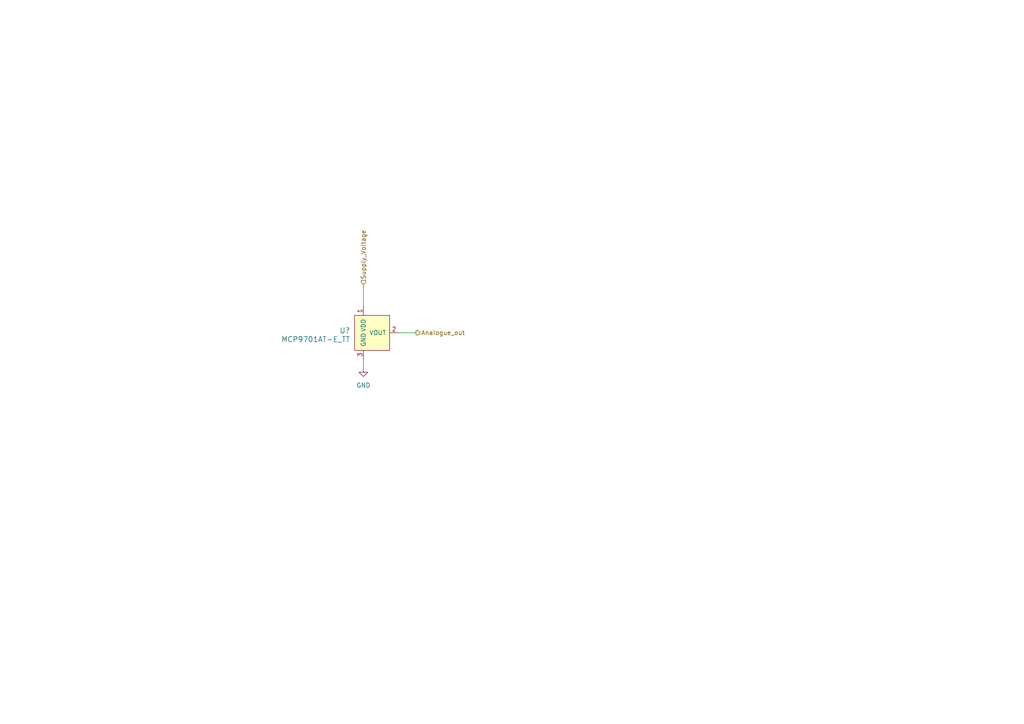
<source format=kicad_sch>
(kicad_sch (version 20230121) (generator eeschema)
  (paper "A4")
  (title_block (title "3088_group22_design") (date "2023-03-20") (rev "3") (company "University of capetown"))
  (lib_symbols
    (symbol "dk_Temperature-Sensors-Analog-and-Digital-Output:MCP9701AT-E_TT" (pin_names (offset 1.016))
      (property "Reference" "U" (at -3.81 6.35 0))
      (property "Value" "MCP9701AT-E_TT" (at 2.54 -7.62 0))
      (symbol "MCP9701AT-E_TT_0_1"
        (rectangle (start 7.62 5.08) (end -2.54 -5.08) (fill (type background)))
      )
      (symbol "MCP9701AT-E_TT_1_1"
        (pin power_in line (at 0 7.62 270) (length 2.54) (name "VDD") (number "1"))
        (pin output line (at 10.16 0 180) (length 2.54) (name "VOUT") (number "2"))
        (pin power_in line (at 0 -7.62 90) (length 2.54) (name "GND") (number "3"))
      )
    )
    (symbol "power:GND" (power) (pin_names (offset 0))
      (property "Value" "GND" (at 0 -3.81 0))
      (symbol "GND_0_1"
        (polyline (pts (xy 0 0) (xy 0 -1.27) (xy 1.27 -1.27) (xy 0 -2.54) (xy -1.27 -1.27) (xy 0 -1.27)))
      )
      (symbol "GND_1_1"
        (pin power_in line (at 0 0 270) (length 0) hide (name "GND") (number "1"))
      )
    )
  )
  (wire (pts (xy 105.41 82.55) (xy 105.41 88.9)))
  (wire (pts (xy 115.57 96.52) (xy 120.65 96.52)))
  (wire (pts (xy 105.41 104.14) (xy 105.41 106.68)))
  (hierarchical_label "Supply_Voltage" (shape input) (at 105.41 82.55 90))
  (hierarchical_label "Analogue_out" (shape output) (at 120.65 96.52 0))
  (symbol (lib_id "dk_Temperature-Sensors-Analog-and-Digital-Output:MCP9701AT-E_TT") (at 105.41 96.52 0) (unit 1)
    (property "Reference" "U?" (at 101.6 95.885 0) (effects (font (size 1.524 1.524)) (justify right)))
    (property "Value" "MCP9701AT-E_TT" (at 101.6 98.425 0) (effects (font (size 1.524 1.524)) (justify right)))
    (property "Footprint" "MCP9701AT-E_TT:SOT-23-3" (effects hide))
    (property "Datasheet" "http://www.microchip.com/mymicrochip/filehandler.aspx?ddocname=en022859" (effects hide))
    (property "Digi-Key_PN" "MCP9701AT-E/TTCT-ND" (effects hide))
    (property "MPN" "MCP9701AT-E/TT" (effects hide))
    (property "Category" "Sensors, Transducers" (effects hide))
    (property "Family" "Temperature Sensors - Analog and Digital Output" (effects hide))
    (property "DK_Datasheet_Link" "http://www.microchip.com/mymicrochip/filehandler.aspx?ddocname=en022859" (effects hide))
    (property "DK_Detail_Page" "/product-detail/en/microchip-technology/MCP9701AT-E-TT/MCP9701AT-E-TTCT-ND/1987449" (effects hide))
    (property "Description" "SENSOR ANALOG -10C-125C SOT23-3" (effects hide))
    (property "Manufacturer" "Microchip Technology" (effects hide))
    (property "Status" "Active" (effects hide))
  )
  (symbol (lib_id "power:GND") (at 105.41 106.68 0) (unit 1)
    (property "Reference" "#PWR?" (effects hide))
    (property "Value" "GND" (at 105.41 111.76 0))
  )
)
</source>
